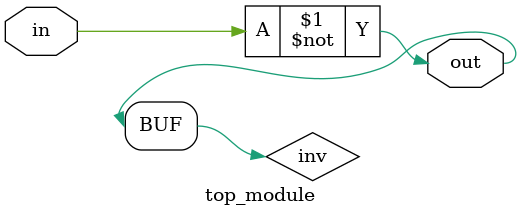
<source format=sv>
module top_module(
	input in,
	output out
);

	// Declare internal wire
	wire inv;

	// Assign inverse of input to internal wire
	assign inv = ~in;

	// Assign internal wire to output
	assign out = inv;

endmodule

</source>
